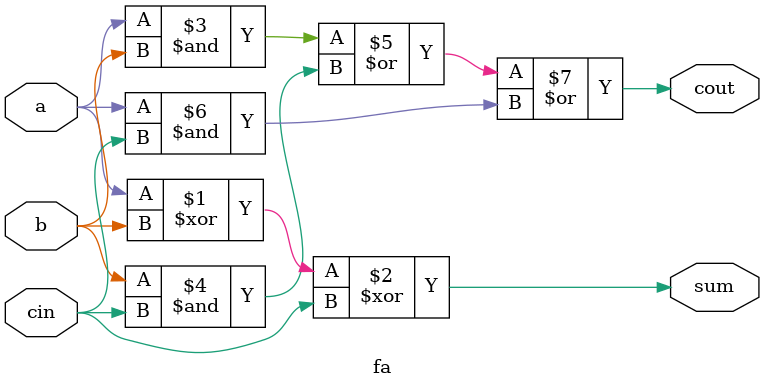
<source format=v>
module top_module (
    input [3:0] x,
    input [3:0] y, 
    output [4:0] sum);

    wire [4:0] carry;
    assign carry[0] = 0;
    genvar i;
    generate
    	for (i=0; i<4; i=i+1) begin: fadderid
            fa fainst( x[i], y[i], carry[i], carry[i+1], sum[i]);
    	end
    endgenerate
    assign sum[4] = carry[4];
endmodule

// 1 bit Full adder module
module fa( 
    input a, b, cin,
    output cout, sum );
	assign sum = a ^ b ^ cin;
    assign cout = (a & b) | (b & cin) | (a & cin);
endmodule
</source>
